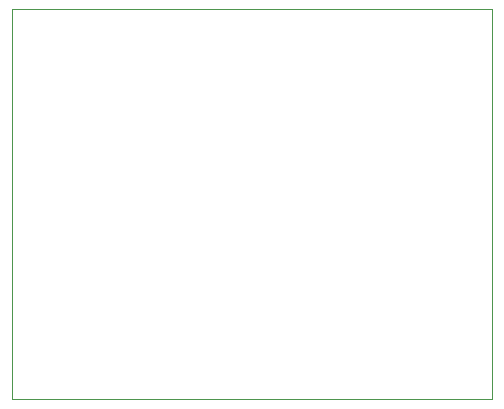
<source format=gm1>
G04 #@! TF.FileFunction,Profile,NP*
%FSLAX46Y46*%
G04 Gerber Fmt 4.6, Leading zero omitted, Abs format (unit mm)*
G04 Created by KiCad (PCBNEW 4.0.7) date 03/05/18 16:21:59*
%MOMM*%
%LPD*%
G01*
G04 APERTURE LIST*
%ADD10C,0.020000*%
%ADD11C,0.010000*%
G04 APERTURE END LIST*
D10*
D11*
X168122600Y-96189800D02*
X168122600Y-63169800D01*
X208762600Y-96189800D02*
X168122600Y-96189800D01*
X208762600Y-63169800D02*
X208762600Y-96189800D01*
X168122600Y-63169800D02*
X208762600Y-63169800D01*
M02*

</source>
